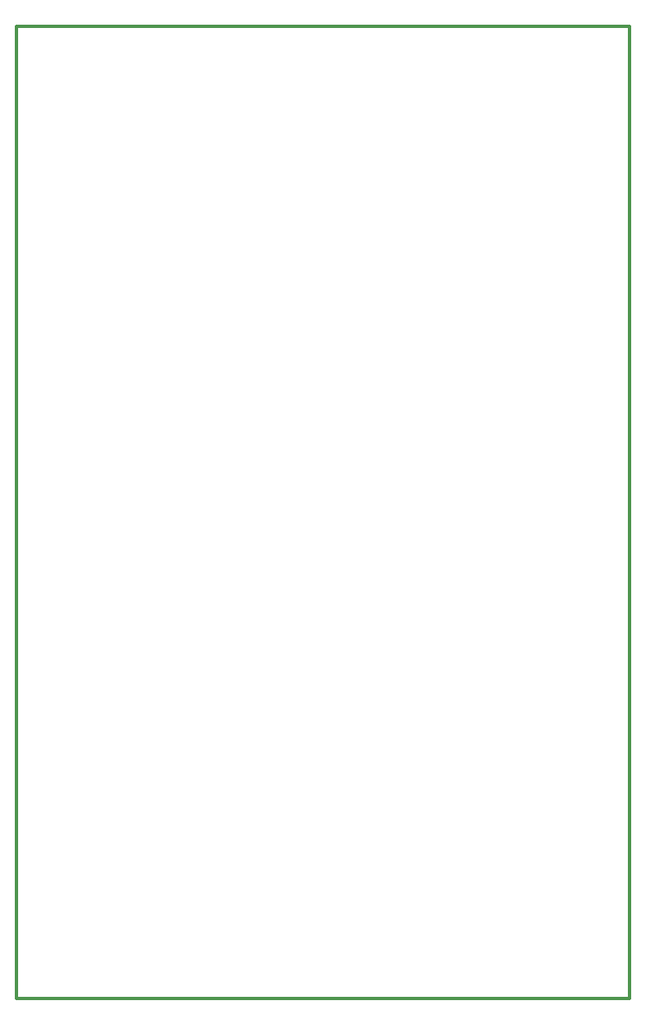
<source format=gko>
G04*
G04 #@! TF.GenerationSoftware,Altium Limited,Altium Designer,20.0.13 (296)*
G04*
G04 Layer_Color=16711935*
%FSLAX44Y44*%
%MOMM*%
G71*
G01*
G75*
%ADD51C,0.3000*%
D51*
X0Y1000000D02*
X630000D01*
X0Y0D02*
Y1000000D01*
X630000D02*
X630000Y0D01*
X0D02*
X630000D01*
M02*

</source>
